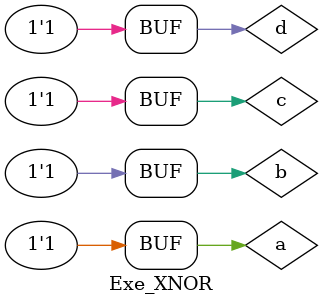
<source format=v>



module XNOR ( s1, e1, e2, e3, e4);

output s1;
input e1, e2, e3, e4;

assign s1 = ~( e1 ^ e2 ^ e3 ^ e4 );

endmodule

module Exe_XNOR;

reg a, b, c, d;
wire e;

XNOR XNOR1( e, a, b, c, d);

initial begin

$display("Guia 01 Ex03");
$display("Vinicius dos Santos Bordoni");
$display("365595");
$display("Teste da porta XNOR com 4 entradas.");
$display("\n e1 e2 e3 e4 s1\n");
$monitor(" %b  %b  %b %b  %b", a, b, c, d, e);

#1		a=0; b=0; c=0; d=0;
#1		a=0; b=0; c=0; d=1;
#1		a=0; b=0; c=1; d=0;
#1		a=0; b=0; c=1; d=1;
#1		a=0; b=1; c=0; d=0;
#1		a=0; b=1; c=0; d=1;
#1		a=0; b=1; c=1; d=0;
#1		a=0; b=1; c=1; d=1;
#1		a=1; b=0; c=0; d=0;
#1		a=1; b=0; c=0; d=1;
#1		a=1; b=0; c=1; d=0;
#1		a=1; b=0; c=1; d=1;
#1		a=1; b=1; c=0; d=0;
#1		a=1; b=1; c=0; d=1;
#1		a=1; b=1; c=1; d=0;
#1		a=1; b=1; c=1; d=1;
end

endmodule
</source>
